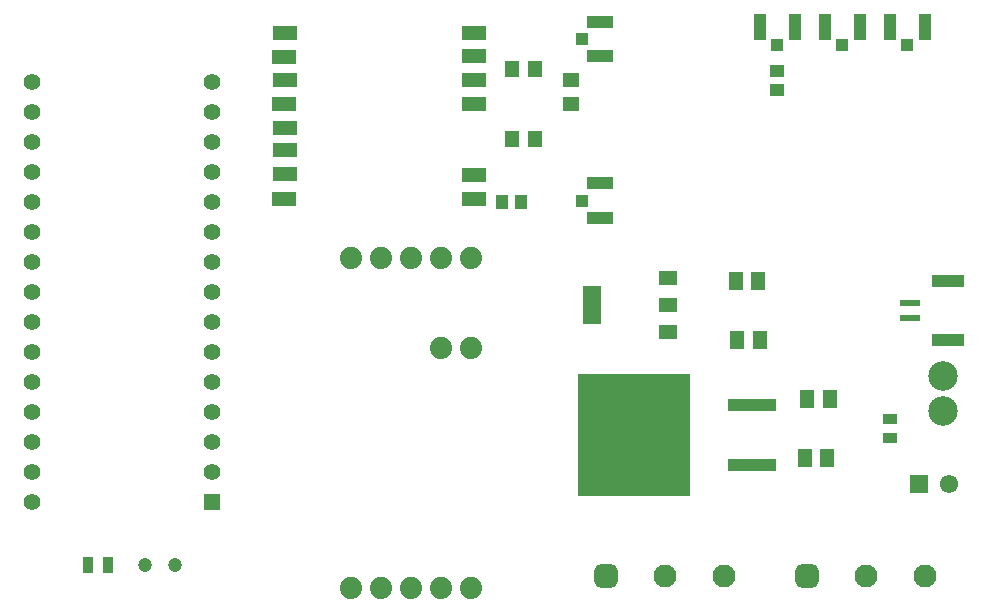
<source format=gbr>
G04*
G04 #@! TF.GenerationSoftware,Altium Limited,Altium Designer,24.6.1 (21)*
G04*
G04 Layer_Color=255*
%FSLAX25Y25*%
%MOIN*%
G70*
G04*
G04 #@! TF.SameCoordinates,E7B071F1-E274-4D6C-8170-77C2E5B523DC*
G04*
G04*
G04 #@! TF.FilePolarity,Positive*
G04*
G01*
G75*
%ADD21R,0.05118X0.06299*%
%ADD22R,0.05906X0.04724*%
%ADD23R,0.05906X0.12992*%
%ADD24R,0.16142X0.04134*%
%ADD25R,0.37795X0.41142*%
%ADD26R,0.04969X0.03182*%
%ADD27R,0.03937X0.04134*%
%ADD28R,0.04134X0.08661*%
%ADD29R,0.05118X0.04331*%
%ADD30R,0.10630X0.03937*%
%ADD31R,0.06693X0.02362*%
%ADD32R,0.04134X0.03937*%
%ADD33R,0.08661X0.04134*%
%ADD34R,0.03347X0.05315*%
%ADD35R,0.05709X0.04724*%
%ADD36R,0.04331X0.05118*%
%ADD37R,0.04724X0.05709*%
%ADD38R,0.07874X0.05000*%
%ADD59C,0.05567*%
%ADD60R,0.05567X0.05567*%
%ADD64C,0.06102*%
%ADD65R,0.06102X0.06102*%
%ADD66C,0.07400*%
%ADD67C,0.07677*%
G04:AMPARAMS|DCode=68|XSize=76.77mil|YSize=76.77mil|CornerRadius=19.19mil|HoleSize=0mil|Usage=FLASHONLY|Rotation=0.000|XOffset=0mil|YOffset=0mil|HoleType=Round|Shape=RoundedRectangle|*
%AMROUNDEDRECTD68*
21,1,0.07677,0.03839,0,0,0.0*
21,1,0.03839,0.07677,0,0,0.0*
1,1,0.03839,0.01919,-0.01919*
1,1,0.03839,-0.01919,-0.01919*
1,1,0.03839,-0.01919,0.01919*
1,1,0.03839,0.01919,0.01919*
%
%ADD68ROUNDEDRECTD68*%
%ADD69C,0.09843*%
%ADD70C,0.04724*%
D21*
X274409Y74803D02*
D03*
X266929D02*
D03*
X275394Y94488D02*
D03*
X267914D02*
D03*
X244489Y114173D02*
D03*
X251969D02*
D03*
X244094Y133858D02*
D03*
X251574D02*
D03*
D22*
X221260Y116929D02*
D03*
Y125984D02*
D03*
Y135039D02*
D03*
D23*
X196063Y125984D02*
D03*
D24*
X249410Y72677D02*
D03*
Y92677D02*
D03*
D25*
X210236Y82677D02*
D03*
D26*
X295276Y81488D02*
D03*
Y87803D02*
D03*
D27*
X301181Y212500D02*
D03*
X279528D02*
D03*
X257874D02*
D03*
D28*
X306988Y218504D02*
D03*
X295374D02*
D03*
X285335D02*
D03*
X273721D02*
D03*
X263681D02*
D03*
X252067D02*
D03*
D29*
X257874Y204035D02*
D03*
Y197539D02*
D03*
D30*
X314665Y114272D02*
D03*
Y133760D02*
D03*
D31*
X302067Y121555D02*
D03*
Y126476D02*
D03*
D32*
X192815Y160630D02*
D03*
Y214567D02*
D03*
D33*
X198819Y154823D02*
D03*
Y166437D02*
D03*
Y220374D02*
D03*
Y208760D02*
D03*
D34*
X28248Y39370D02*
D03*
X34744D02*
D03*
D35*
X188976Y192897D02*
D03*
Y200771D02*
D03*
D36*
X172539Y160220D02*
D03*
X166043D02*
D03*
D37*
X169291Y181102D02*
D03*
X177165D02*
D03*
Y204724D02*
D03*
X169291D02*
D03*
D38*
X156604Y161417D02*
D03*
Y200787D02*
D03*
X156612Y209035D02*
D03*
Y216535D02*
D03*
X93604Y169541D02*
D03*
X156604Y169291D02*
D03*
X93612Y216535D02*
D03*
X93582Y161417D02*
D03*
Y208661D02*
D03*
X93604Y200787D02*
D03*
X93612Y185039D02*
D03*
Y177539D02*
D03*
X93582Y192961D02*
D03*
X156604Y192913D02*
D03*
D59*
X9370Y60292D02*
D03*
Y70292D02*
D03*
Y80292D02*
D03*
Y90292D02*
D03*
Y100292D02*
D03*
Y110292D02*
D03*
Y120292D02*
D03*
Y130292D02*
D03*
Y140292D02*
D03*
Y150292D02*
D03*
Y160292D02*
D03*
Y170292D02*
D03*
Y180292D02*
D03*
Y190292D02*
D03*
Y200292D02*
D03*
X69370D02*
D03*
Y190292D02*
D03*
Y180292D02*
D03*
Y170292D02*
D03*
Y160292D02*
D03*
Y150292D02*
D03*
Y140292D02*
D03*
Y130292D02*
D03*
Y120292D02*
D03*
Y110292D02*
D03*
Y100292D02*
D03*
Y90292D02*
D03*
Y80292D02*
D03*
Y70292D02*
D03*
D60*
Y60292D02*
D03*
D64*
X314961Y66111D02*
D03*
D65*
X304961D02*
D03*
D66*
X155669Y111496D02*
D03*
X145669D02*
D03*
X155669Y141496D02*
D03*
X145669D02*
D03*
X135669D02*
D03*
X125669D02*
D03*
X115669D02*
D03*
Y31496D02*
D03*
X125669D02*
D03*
X135669D02*
D03*
X145669D02*
D03*
X155669D02*
D03*
D67*
X307087Y35433D02*
D03*
X287402D02*
D03*
X240157D02*
D03*
X220472D02*
D03*
D68*
X267717D02*
D03*
X200787D02*
D03*
D69*
X312992Y90551D02*
D03*
Y102362D02*
D03*
D70*
X57244Y39370D02*
D03*
X47244D02*
D03*
M02*

</source>
